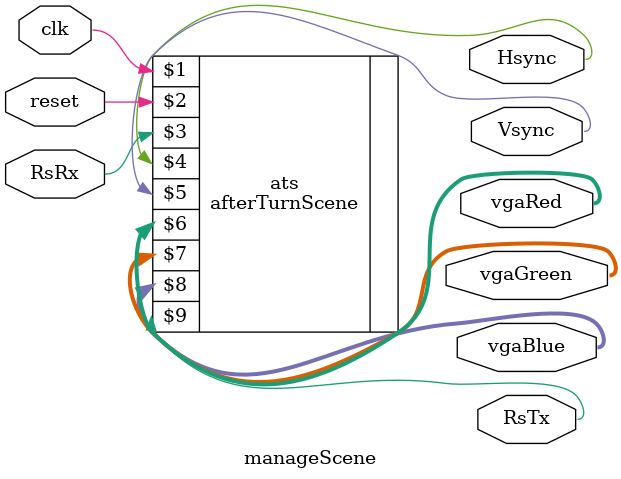
<source format=v>
`timescale 1ns / 1ps


module manageScene(
        input wire clk, reset,
		input wire RsRx,
		output wire Hsync, Vsync,
		output wire [3:0] vgaRed,
		output wire [3:0] vgaGreen,
		output wire [3:0] vgaBlue,
		output wire RsTx
    );
    afterTurnScene ats(clk,reset,RsRx,Hsync,Vsync,vgaRed,vgaGreen,vgaBlue,RsTx);
endmodule

</source>
